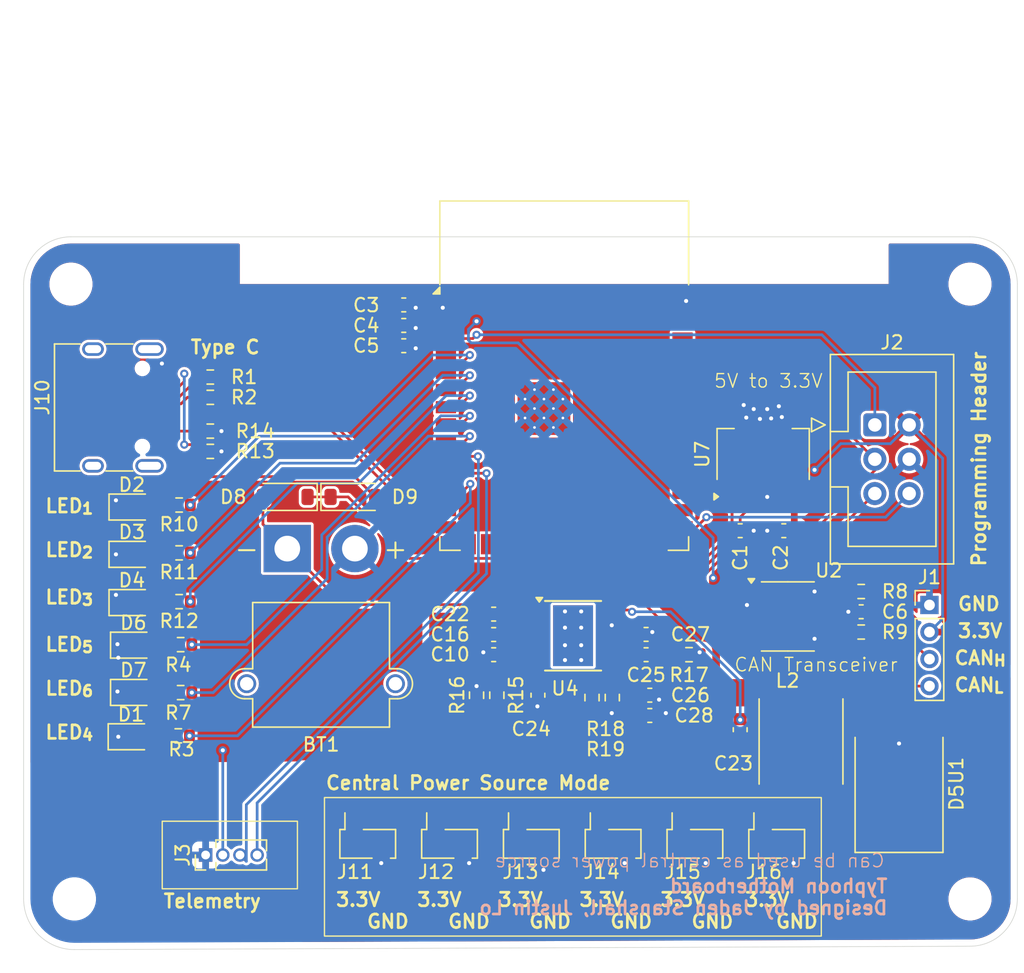
<source format=kicad_pcb>
(kicad_pcb (version 20240108) (generator "pcbnew") (generator_version "8.0")
  (layers (0 "F.Cu" signal) (31 "B.Cu" signal) (34 "B.Paste" user) (35 "F.Paste" user) (36 "B.SilkS" user "B.Silkscreen") (37 "F.SilkS" user "F.Silkscreen") (38 "B.Mask" user) (39 "F.Mask" user) (44 "Edge.Cuts" user))
  (net 0 "")
  (net 1 "GND")
  (net 2 "+5V")
  (net 3 "+3.3V")
  (net 5 "+BATT")
  (net 7 "Net-(C6-Pad1)")
  (net 8 "Net-(U4-BOOT)")
  (net 11 "Net-(D5-K)")
  (net 14 "Net-(U4-SS)")
  (net 15 "/IO0")
  (net 18 "Net-(C25-Pad2)")
  (net 19 "Net-(U4-COMP)")
  (net 22 "+3.3VA")
  (net 23 "Net-(D1-A)")
  (net 27 "Net-(D2-A)")
  (net 36 "/EN")
  (net 37 "Net-(D3-A)")
  (net 38 "Net-(D4-A)")
  (net 39 "Net-(D6-A)")
  (net 40 "Net-(D7-A)")
  (net 41 "VDC")
  (net 42 "/CAN_{H}")
  (net 43 "/CAN_{L}")
  (net 44 "/Prog{slash}TypeC_{TX}")
  (net 45 "/Prog{slash}TypeC_{RX}")
  (net 46 "/Mother_{TX}")
  (net 47 "/Mother_{RX}")
  (net 48 "/D-")
  (net 50 "/D+")
  (net 55 "Net-(J10-CC2)")
  (net 57 "Net-(J10-CC1)")
  (net 58 "/LED_{4}")
  (net 59 "/LED_{5}")
  (net 60 "/LED_{6}")
  (net 61 "/LED_{1}")
  (net 62 "/LED_{2}")
  (net 63 "/LED_{3}")
  (net 64 "Net-(U4-EN)")
  (net 65 "/CentralPowerSource/VSENSE")
  (footprint "Resistor_SMD:R_0603_1608Metric" (layer "F.Cu") (at 150.715 106.675)
    (property "Reference" "R17")
    (property "Value" "29.4k" (hide yes))
  )
  (footprint "Connector_USB:USB_C_Receptacle_HRO_TYPE-C-31-M-12" (layer "F.Cu") (at 107.68 88.38 -90)
    (property "Reference" "J10")
    (property "Value" "USB_C_Receptacle_USB2.0" (hide yes))
  )
  (footprint "Diode_SMD:D_SOD-123" (layer "F.Cu") (at 125.85 95)
    (property "Reference" "D9")
    (property "Value" "D" (hide yes))
  )
  (footprint "Capacitor_SMD:C_0603_1608Metric" (layer "F.Cu") (at 129.615 80.79)
    (property "Reference" "C3")
    (property "Value" "10u" (hide yes))
  )
  (footprint "MountingHole:MountingHole_2.7mm_M2.5" (layer "F.Cu") (at 105 79.25)
    (property "Reference" "H4" (hide yes))
    (property "Value" "M2.5" (hide yes))
  )
  (footprint "Capacitor_SMD:C_0603_1608Metric" (layer "F.Cu") (at 147.815 109.675)
    (property "Reference" "C26")
    (property "Value" "47u" (hide yes))
  )
  (footprint "Resistor_SMD:R_0603_1608Metric" (layer "F.Cu") (at 113.1125 105.93 180)
    (property "Reference" "R4")
    (property "Value" "320" (hide yes))
  )
  (footprint "Capacitor_SMD:C_0603_1608Metric" (layer "F.Cu") (at 157.725 97.5)
    (property "Reference" "C2")
    (property "Value" "22u" (hide yes))
  )
  (footprint "RF_Module:ESP32-S3-WROOM-1" (layer "F.Cu") (at 141.485 86)
    (property "Reference" "U1")
    (property "Value" "ESP32-S3-WROOM-1")
  )
  (footprint "Resistor_SMD:R_0603_1608Metric" (layer "F.Cu") (at 136.5 109.675 -90)
    (property "Reference" "R15")
    (property "Value" "200k" (hide yes))
  )
  (footprint "Connector_PinHeader_2.00mm:PinHeader_1x02_P2.00mm_Vertical_SMD_Pin1Right" (layer "F.Cu") (at 133 120.675 90)
    (property "Reference" "J12")
    (property "Value" "Conn_01x02_Pin" (hide yes))
  )
  (footprint "MountingHole:MountingHole_2.7mm_M2.5" (layer "F.Cu") (at 171.5 124.75)
    (property "Reference" "H1" (hide yes))
    (property "Value" "M2.5" (hide yes))
  )
  (footprint "Resistor_SMD:R_0603_1608Metric" (layer "F.Cu") (at 113 95.6 180)
    (property "Reference" "R10")
    (property "Value" "320" (hide yes))
  )
  (footprint "Capacitor_SMD:C_0603_1608Metric" (layer "F.Cu") (at 147.815 111.175)
    (property "Reference" "C28")
    (property "Value" "47u" (hide yes))
  )
  (footprint "LED_SMD:LED_0805_2012Metric" (layer "F.Cu") (at 109.5 99.25)
    (property "Reference" "D3")
    (property "Value" "LED" (hide yes))
  )
  (footprint "Capacitor_SMD:C_0603_1608Metric" (layer "F.Cu") (at 147.54 105.175)
    (property "Reference" "C27")
    (property "Value" "47u" (hide yes))
  )
  (footprint "MountingHole:MountingHole_2.7mm_M2.5" (layer "F.Cu") (at 105.25 124.75)
    (property "Reference" "H2" (hide yes))
    (property "Value" "M2.5" (hide yes))
  )
  (footprint "Package_SO:SOIC-8_3.9x4.9mm_P1.27mm" (layer "F.Cu") (at 158.025 103.845)
    (property "Reference" "U2")
    (property "Value" "SN65HVD233" (hide yes))
  )
  (footprint "Resistor_SMD:R_0603_1608Metric" (layer "F.Cu") (at 143.54 109.85 90)
    (property "Reference" "R18")
    (property "Value" "10.2k" (hide yes))
  )
  (footprint "Connector_IDC:IDC-Header_2x03_P2.54mm_Vertical" (layer "F.Cu") (at 164.46 89.67)
    (property "Reference" "J2")
    (property "Value" "Conn_02x03_Odd_Even" (hide yes))
  )
  (footprint "Diode_SMD:D_SOD-123" (layer "F.Cu") (at 120.85 95 180)
    (property "Reference" "D8")
    (property "Value" "D" (hide yes))
  )
  (footprint "Capacitor_SMD:C_0603_1608Metric" (layer "F.Cu") (at 154.5 112.225 -90)
    (property "Reference" "C23")
    (property "Value" "0.1u" (hide yes))
  )
  (footprint "LED_SMD:LED_0805_2012Metric" (layer "F.Cu") (at 109.5 102.82)
    (property "Reference" "D4")
    (property "Value" "LED" (hide yes))
  )
  (footprint "Connector_AMASS:AMASS_XT30PW-M_1x02_P2.50mm_Horizontal" (layer "F.Cu") (at 121 98.825 180)
    (property "Reference" "BT1")
    (property "Value" "XT30" (hide yes))
  )
  (footprint "Resistor_SMD:R_0603_1608Metric" (layer "F.Cu") (at 115.305 87.63 180)
    (property "Reference" "R2")
    (property "Value" "22R" (hide yes))
  )
  (footprint "Connector_PinHeader_2.00mm:PinHeader_1x02_P2.00mm_Vertical_SMD_Pin1Right" (layer "F.Cu") (at 126.95 120.675 90)
    (property "Reference" "J11")
    (property "Value" "Conn_01x02_Pin" (hide yes))
  )
  (footprint "Capacitor_SMD:C_0603_1608Metric" (layer "F.Cu") (at 163.45 103.5 180)
    (property "Reference" "C6")
    (property "Value" "4.7n" (hide yes))
  )
  (footprint "Resistor_SMD:R_0603_1608Metric" (layer "F.Cu") (at 112.9375 112.68 180)
    (property "Reference" "R3")
    (property "Value" "320" (hide yes))
  )
  (footprint "Inductor_SMD:L_Taiyo-Yuden_NR-60xx" (layer "F.Cu") (at 159 113.1 90)
    (property "Reference" "L2")
    (property "Value" "4.7u" (hide yes))
  )
  (footprint "Capacitor_SMD:C_0603_1608Metric" (layer "F.Cu") (at 147.54 106.675)
    (property "Reference" "C25")
    (property "Value" "1000p" (hide yes))
  )
  (footprint "Connector_PinHeader_1.27mm:PinHeader_1x04_P1.27mm_Vertical" (layer "F.Cu") (at 114.96 121.5 90)
    (property "Reference" "J3")
    (property "Value" "Conn_01x04_Pin" (hide yes))
  )
  (footprint "Package_SO:TI_SO-PowerPAD-8_ThermalVias" (layer "F.Cu") (at 142.14 105.275)
    (property "Reference" "U4")
    (property "Value" "TPS54331DDA" (hide yes))
  )
  (footprint "Capacitor_SMD:C_0603_1608Metric" (layer "F.Cu") (at 139.54 109.675 -90)
    (property "Reference" "C24")
    (property "Value" "0.01u" (hide yes))
  )
  (footprint "Capacitor_SMD:C_0603_1608Metric" (layer "F.Cu") (at 136.265 103.675 180)
    (property "Reference" "C22")
    (property "Value" "4.7u" (hide yes))
  )
  (footprint "Capacitor_SMD:C_0603_1608Metric" (layer "F.Cu") (at 136.265 106.675 180)
    (property "Reference" "C10")
    (property "Value" "4.7u" (hide yes))
  )
  (footprint "Resistor_SMD:R_0603_1608Metric" (layer "F.Cu") (at 145.04 109.85 -90)
    (property "Reference" "R19")
    (property "Value" "3.24k" (hide yes))
  )
  (footprint "Capacitor_SMD:C_0603_1608Metric" (layer "F.Cu") (at 154.5 97.5 180)
    (property "Reference" "C1")
    (property "Value" "22u" (hide yes))
  )
  (footprint "Resistor_SMD:R_0603_1608Metric" (layer "F.Cu") (at 163.45 102)
    (property "Reference" "R8")
    (property "Value" "60" (hide yes))
  )
  (footprint "Resistor_SMD:R_0603_1608Metric" (layer "F.Cu") (at 115.305 91.63 180)
    (property "Reference" "R13")
    (property "Value" "5.1K" (hide yes))
  )
  (footprint "Connector_PinHeader_2.00mm:PinHeader_1x02_P2.00mm_Vertical_SMD_Pin1Right" (layer "F.Cu") (at 157.2 120.675 90)
    (property "Reference" "J16")
    (property "Value" "Conn_01x02_Pin" (hide yes))
  )
  (footprint "Capacitor_SMD:C_0603_1608Metric" (layer "F.Cu") (at 129.615 83.81)
    (property "Reference" "C5")
    (property "Value" "0.1u" (hide yes))
  )
  (footprint "LED_SMD:LED_0805_2012Metric" (layer "F.Cu") (at 109.5 95.75)
    (property "Reference" "D2")
    (property "Value" "LED" (hide yes))
  )
  (footprint "Capacitor_SMD:C_0603_1608Metric" (layer "F.Cu") (at 136.265 105.185 180)
    (property "Reference" "C16")
    (property "Value" "4.7u" (hide yes))
  )
  (footprint "Resistor_SMD:R_0603_1608Metric" (layer "F.Cu") (at 115.305 86.13 180)
    (property "Reference" "R1")
    (property "Value" "22R" (hide yes))
  )
  (footprint "Connector_PinHeader_2.00mm:PinHeader_1x02_P2.00mm_Vertical_SMD_Pin1Right" (layer "F.Cu") (at 151.15 120.675 90)
    (property "Reference" "J15")
    (property "Value" "Conn_01x02_Pin" (hide yes))
  )
  (footprint "Diode_SMD:D_SMC" (layer "F.Cu") (at 166.25 116.4 90)
    (property "Reference" "D5")
    (property "Value" "B340" (hide yes))
  )
  (footprint "LED_SMD:LED_0805_2012Metric" (layer "F.Cu") (at 109.6125 109.47)
    (property "Reference" "D7")
    (property "Value" "LED" (hide yes))
  )
  (footprint "Capacitor_SMD:C_0603_1608Metric" (layer "F.Cu") (at 129.615 82.31)
    (property "Reference" "C4")
    (property "Value" "1u" (hide yes))
  )
  (footprint "Resistor_SMD:R_0603_1608Metric" (layer "F.Cu") (at 113 102.75 180)
    (property "Reference" "R12")
    (property "Value" "320" (hide yes))
  )
  (footprint "Connector_PinHeader_2.00mm:PinHeader_1x02_P2.00mm_Vertical_SMD_Pin1Right" (layer "F.Cu") (at 145.1 120.675 90)
    (property "Reference" "J14")
    (property "Value" "Conn_01x02_Pin" (hide yes))
  )
  (footprint "Resistor_SMD:R_0603_1608Metric" (layer "F.Cu") (at 113.1125 109.48 180)
    (property "Reference" "R7")
    (property "Value" "320" (hide yes))
  )
  (footprint "Package_TO_SOT_SMD:SOT-223-3_TabPin2" (layer "F.Cu") (at 156.2 91.85 90)
    (property "Reference" "U7")
    (property "Value" "MCP1825S" (hide yes))
  )
  (footprint "Resistor_SMD:R_0603_1608Metric" (layer "F.Cu") (at 113 99.14 180)
    (property "Reference" "R11")
    (property "Value" "320" (hide yes))
  )
  (footprint "Resistor_SMD:R_0603_1608Metric" (layer "F.Cu") (at 135 109.675 90)
    (property "Reference" "R16")
    (property "Value" "98k" (hide yes))
  )
  (footprint "MountingHole:MountingHole_2.7mm_M2.5" (layer "F.Cu") (at 171.5 79.25)
    (property "Reference" "H3" (hide yes))
    (property "Value" "M2.5" (hide yes))
  )
  (footprint "Resistor_SMD:R_0603_1608Metric" (layer "F.Cu") (at 115.305 90.13 180)
    (property "Reference" "R14")
    (property "Value" "5.1K" (hide yes))
  )
  (footprint "Resistor_SMD:R_0603_1608Metric" (layer "F.Cu") (at 163.45 105 180)
    (property "Reference" "R9")
    (property "Value" "60" (hide yes))
  )
  (footprint "Connector_PinHeader_2.00mm:PinHeader_1x04_P2.00mm_Vertical" (layer "F.Cu") (at 168.5 103)
    (property "Reference" "J1")
    (property "Value" "Conn_01x04_Pin" (hide yes))
  )
  (footprint "LED_SMD:LED_0805_2012Metric" (layer "F.Cu") (at 109.4375 112.75)
    (property "Reference" "D1")
    (property "Value" "LED" (hide yes))
  )
  (footprint "LED_SMD:LED_0805_2012Metric" (layer "F.Cu") (at 109.6125 105.97)
    (property "Reference" "D6")
    (property "Value" "LED" (hide yes))
  )
  (footprint "Connector_PinHeader_2.00mm:PinHeader_1x02_P2.00mm_Vertical_SMD_Pin1Right" (layer "F.Cu") (at 139.05 120.675 90)
    (property "Reference" "J13")
    (property "Value" "Conn_01x02_Pin" (hide yes))
  )
  (gr_rect (start 123.75 117.25) (end 160.5 127.5) (stroke (width 0.1)) (fill none) (layer "F.SilkS"))
  (gr_rect (start 111.75 119) (end 121.75 124) (stroke (width 0.1)) (fill none) (layer "F.SilkS"))
  (gr_arc (start 101.5 79.25) (mid 102.525126 76.775126) (end 105 75.75) (stroke (width 0.05)) (layer "Edge.Cuts"))
  (gr_line (start 105.25 128.5) (end 171.5 128.25) (stroke (width 0.05)) (layer "Edge.Cuts"))
  (gr_line (start 175 79.25) (end 175 124.75) (stroke (width 0.05)) (layer "Edge.Cuts"))
  (gr_line (start 101.5 79.25) (end 101.5 124.75) (stroke (width 0.05)) (layer "Edge.Cuts"))
  (gr_arc (start 171.5 75.75) (mid 173.974874 76.775126) (end 175 79.25) (stroke (width 0.05)) (layer "Edge.Cuts"))
  (gr_line (start 105 75.75) (end 171.5 75.75) (stroke (width 0.05)) (layer "Edge.Cuts"))
  (gr_arc (start 175 124.75) (mid 173.974874 127.224874) (end 171.5 128.25) (stroke (width 0.05)) (layer "Edge.Cuts"))
  (gr_arc (start 105.25 128.5) (mid 102.59835 127.40165) (end 101.5 124.75) (stroke (width 0.05)) (layer "Edge.Cuts"))
  (gr_text "Typhoon Motherboard\nDesigned by Jaden Stanshall, Justin Lo" (at 165.5 126 0) (layer "B.SilkS") (effects (font (size 1 1) (thickness 0.2) (bold yes)) (justify left bottom mirror)))
  (gr_text "Can be used as central power source" (at 165.25 122.5 0) (layer "B.SilkS") (effects (font (size 1 1) (thickness 0.1)) (justify left bottom mirror)))
  (gr_text "CAN_{H}" (at 170.25 107.5 0) (layer "F.SilkS") (effects (font (size 1 1) (thickness 0.2) (bold yes)) (justify left bottom)))
  (gr_text "LED_{3}\n" (at 103 103 0) (layer "F.SilkS") (effects (font (size 1 1) (thickness 0.2) (bold yes)) (justify left bottom)))
  (gr_text "LED_{4}\n" (at 103 113 0) (layer "F.SilkS") (effects (font (size 1 1) (thickness 0.2) (bold yes)) (justify left bottom)))
  (gr_text "LED_{2}\n" (at 103 99.5 0) (layer "F.SilkS") (effects (font (size 1 1) (thickness 0.2) (bold yes)) (justify left bottom)))
  (gr_text "LED_{6}\n" (at 103 109.75 0) (layer "F.SilkS") (effects (font (size 1 1) (thickness 0.2) (bold yes)) (justify left bottom)))
  (gr_text "Type C" (at 113.75 84.5 0) (layer "F.SilkS") (effects (font (size 1 1) (thickness 0.2) (bold yes)) (justify left bottom)))
  (gr_text "Central Power Source Mode" (at 123.75 116.75 0) (layer "F.SilkS") (effects (font (size 1 1) (thickness 0.2) (bold yes)) (justify left bottom)))
  (gr_text "3.3V \n   GND" (at 148.5 127 0) (layer "F.SilkS") (effects (font (size 1 1) (thickness 0.2) (bold yes)) (justify left bottom)))
  (gr_text "3.3V" (at 170.5 105.5 0) (layer "F.SilkS") (effects (font (size 1 1) (thickness 0.2) (bold yes)) (justify left bottom)))
  (gr_text "Telemetry" (at 111.75 125.5 0) (layer "F.SilkS") (effects (font (size 1 1) (thickness 0.2) (bold yes)) (justify left bottom)))
  (gr_text "CAN_{L}" (at 170.25 109.5 0) (layer "F.SilkS") (effects (font (size 1 1) (thickness 0.2) (bold yes)) (justify left bottom)))
  (gr_text "3.3V \n   GND" (at 136.5 127 0) (layer "F.SilkS") (effects (font (size 1 1) (thickness 0.2) (bold yes)) (justify left bottom)))
  (gr_text "3.3V \n   GND" (at 130.5 127 0) (layer "F.SilkS") (effects (font (size 1 1) (thickness 0.2) (bold yes)) (justify left bottom)))
  (gr_text "LED_{5}\n" (at 103 106.5 0) (layer "F.SilkS") (effects (font (size 1 1) (thickness 0.2) (bold yes)) (justify left bottom)))
  (gr_text "5V to 3.3V" (at 152.5 87 0) (layer "F.SilkS") (effects (font (size 1 1) (thickness 0.1)) (justify left bottom)))
  (gr_text "3.3V \n   GND" (at 154.75 127 0) (layer "F.SilkS") (effects (font (size 1 1) (thickness 0.2) (bold yes)) (justify left bottom)))
  (gr_text "LED_{1}\n" (at 103 96.25 0) (layer "F.SilkS") (effects (font (size 1 1) (thickness 0.2) (bold yes)) (justify left bottom)))
  (gr_text "GND" (at 170.5 103.5 0) (layer "F.SilkS") (effects (font (size 1 1) (thickness 0.2) (bold yes)) (justify left bottom)))
  (gr_text "Programming Header" (at 172.75 100.25 90) (layer "F.SilkS") (effects (font (size 1 1) (thickness 0.2) (bold yes)) (justify left bottom)))
  (gr_text "CAN Transceiver" (at 154 108 0) (layer "F.SilkS") (effects (font (size 1 1) (thickness 0.1)) (justify left bottom)))
  (gr_text "3.3V \n   GND" (at 142.5 127 0) (layer "F.SilkS") (effects (font (size 1 1) (thickness 0.2) (bold yes)) (justify left bottom)))
  (gr_text "3.3V \n   GND" (at 124.5 127 0) (layer "F.SilkS") (effects (font (size 1 1) (thickness 0.2) (bold yes)) (justify left bottom)))
  (segment (start 112.5 92.405) (end 115.355 92.405) (width 0.2) (layer "F.Cu") (net 1))
  (segment (start 135.5 106.5) (end 135.49 106.51) (width 0.2) (layer "F.Cu") (net 1))
  (segment (start 135.49 106.49) (end 135.5 106.5) (width 0.2) (layer "F.Cu") (net 1))
  (segment (start 135.49 103.675) (end 135.49 106.49) (width 0.2) (layer "F.Cu") (net 1))
  (segment (start 115.355 92.405) (end 116.13 91.63) (width 0.2) (layer "F.Cu") (net 1))
  (segment (start 111.725 91.63) (end 112.5 92.405) (width 0.2) (layer "F.Cu") (net 1))
  (segment (start 135.49 106.51) (end 135.49 106.675) (width 0.2) (layer "F.Cu") (net 1))
  (via (at 162.5 103.5) (size 0.6) (drill 0.3) (layers "F.Cu" "B.Cu") (net 1))
  (via (at 155.5 97.5) (size 0.6) (drill 0.3) (layers "F.Cu" "B.Cu") (net 1))
  (via (at 145 111) (size 0.6) (drill 0.3) (layers "F.Cu" "B.Cu") (net 1))
  (via (at 130.5 81) (size 0.6) (drill 0.3) (layers "F.Cu" "B.Cu") (net 1))
  (via (at 156.5 97.5) (size 0.6) (drill 0.3) (layers "F.Cu" "B.Cu") (net 1))
  (via (at 148 105) (size 0.6) (drill 0.3) (layers "F.Cu" "B.Cu") (net 1))
  (via (at 157.58 89.09) (size 0.6) (drill 0.3) (layers "F.Cu" "B.Cu") (net 1))
  (via (at 154.95 89.13) (size 0.6) (drill 0.3) (layers "F.Cu" "B.Cu") (net 1))
  (via (at 108.4375 109.4) (size 0.6) (drill 0.3) (layers "F.Cu" "B.Cu") (net 1))
  (via (at 145 104.5) (size 0.6) (drill 0.3) (layers "F.Cu" "B.Cu") (net 1))
  (via (at 160 102) (size 0.6) (drill 0.3) (layers "F.Cu" "B.Cu") (net 1))
  (via (at 156.79 89.19) (size 0.6) (drill 0.3) (layers "F.Cu" "B.Cu") (net 1))
  (via (at 155.96 89.23) (size 0.6) (drill 0.3) (layers "F.Cu" "B.Cu") (net 1))
  (via (at 160 105.5) (size 0.6) (drill 0.3) (layers "F.Cu" "B.Cu") (net 1))
  (via (at 108.325 102.25) (size 0.6) (drill 0.3) (layers "F.Cu" "B.Cu") (net 1))
  (via (at 108.5 112.75) (size 0.6) (drill 0.3) (layers "F.Cu" "B.Cu") (net 1))
  (via (at 108.325 95.25) (size 0.6) (drill 0.3) (layers "F.Cu" "B.Cu") (net 1))
  (via (at 157.36 88.29) (size 0.6) (drill 0.3) (layers "F.Cu" "B.Cu") (net 1))
  (via (at 132.5 81) (size 0.6) (drill 0.3) (layers "F.Cu" "B.Cu") (net 1))
  (via (at 150.5 80.5) (size 0.6) (drill 0.3) (layers "F.Cu" "B.Cu") (net 1))
  (via (at 108.325 99.25) (size 0.6) (drill 0.3) (layers "F.Cu" "B.Cu") (net 1))
  (via (at 108.5 106.9) (size 0.6) (drill 0.3) (layers "F.Cu" "B.Cu") (net 1))
  (via (at 156.5 88.5) (size 0.6) (drill 0.3) (layers "F.Cu" "B.Cu") (net 1))
  (via (at 151.95 122.1) (size 0.6) (drill 0.3) (layers "F.Cu" "B.Cu") (net 1))
  (via (at 155.5 88.5) (size 0.6) (drill 0.3) (layers "F.Cu" "B.Cu") (net 1))
  (via (at 155 103) (size 0.6) (drill 0.3) (layers "F.Cu" "B.Cu") (net 1))
  (via (at 135.5 106.5) (size 0.6) (drill 0.3) (layers "F.Cu" "B.Cu") (net 1))
  (via (at 139.95 122.6) (size 0.6) (drill 0.3) (layers "F.Cu" "B.Cu") (net 1))
  (via (at 127.95 122.1) (size 0.6) (drill 0.3) (layers "F.Cu" "B.Cu") (net 1))
  (via (at 108.4375 105.9) (size 0.6) (drill 0.3) (layers "F.Cu" "B.Cu") (net 1))
  (via (at 134.45 122.1) (size 0.6) (drill 0.3) (layers "F.Cu" "B.Cu") (net 1))
  (via (at 154.76 88.2) (size 0.6) (drill 0.3) (layers "F.Cu" "B.Cu") (net 1))
  (via (at 148.5 110) (size 0.6) (drill 0.3) (layers "F.Cu" "B.Cu") (net 1))
  (via (at 135 109) (size 0.6) (drill 0.3) (layers "F.Cu" "B.Cu") (net 1))
  (via (at 145.95 122.1) (size 0.6) (drill 0.3) (layers "F.Cu" "B.Cu") (net 1))
  (via (at 158.45 122.1) (size 0.6) (drill 0.3) (layers "F.Cu" "B.Cu") (net 1))
  (via (at 149 111) (size 0.6) (drill 0.3) (layers "F.Cu" "B.Cu") (net 1))
  (via (at 166.25 113.25) (size 0.6) (drill 0.3) (layers "F.Cu" "B.Cu") (net 1))
  (via (at 130.5 84) (size 0.6) (drill 0.3) (layers "F.Cu" "B.Cu") (net 1))
  (via (at 130.5 82.5) (size 0.6) (drill 0.3) (layers "F.Cu" "B.Cu") (net 1))
  (via (at 116.13 90.13) (size 0.6) (drill 0.3) (layers "F.Cu" "B.Cu") (net 1))
  (via (at 116.13 91.63) (size 0.6) (drill 0.3) (layers "F.Cu" "B.Cu") (net 1))
  (via (at 111.725 85.13) (size 0.6) (drill 0.3) (layers "F.Cu" "B.Cu") (net 1))
  (via (at 156.5 95) (size 0.6) (drill 0.3) (layers "F.Cu" "B.Cu") (net 1))
  (via (at 151.5 106.5) (size 0.6) (drill 0.3) (layers "F.Cu" "B.Cu") (net 1))
  (via (at 139.5 110.5) (size 0.6) (drill 0.3) (layers "F.Cu" "B.Cu") (net 1))
  (segment (start 114.395 91.03) (end 117.369314 91.03) (width 0.2) (layer "B.Cu") (net 1))
  (segment (start 153.9 97.6) (end 151.95 99.55) (width 0.2) (layer "F.Cu") (net 2))
  (segment (start 125.5 95) (end 124.2 95) (width 0.2) (layer "F.Cu") (net 2))
  (segment (start 151.95 99.55) (end 130.05 99.55) (width 0.2) (layer "F.Cu") (net 2))
  (segment (start 153.9 95) (end 153.9 97.325) (width 0.2) (layer "F.Cu") (net 2))
  (segment (start 153.9 97.325) (end 153.725 97.5) (width 0.2) (layer "F.Cu") (net 2))
  (segment (start 130.05 99.55) (end 125.5 95) (width 0.2) (layer "F.Cu") (net 2))
  (segment (start 153.9 95) (end 153.9 97.6) (width 0.2) (layer "F.Cu") (net 2))
  (segment (start 124.2 95) (end 122.5 95) (width 0.2) (layer "F.Cu") (net 2))
  (segment (start 153.725 101.349448) (end 153.787224 101.287224) (width 0.2) (layer "F.Cu") (net 3))
  (segment (start 153.725 101.5) (end 153.225 101) (width 0.2) (layer "F.Cu") (net 3))
  (segment (start 153.787224 101.287224) (end 153.787224 103.692223) (width 0.2) (layer "F.Cu") (net 3))
  (segment (start 128.84 82.31) (end 128.84 80.79) (width 0.2) (layer "F.Cu") (net 3))
  (segment (start 134.99 82.01) (end 132.735 82.01) (width 0.2) (layer "F.Cu") (net 3))
  (segment (start 132.735 82.01) (end 131.785 82.01) (width 0.2) (layer "F.Cu") (net 3))
  (segment (start 154.575001 104.48) (end 155.55 104.48) (width 0.2) (layer "F.Cu") (net 3))
  (segment (start 158.5 97.5) (end 158.5 95) (width 0.2) (layer "F.Cu") (net 3))
  (segment (start 153.787224 101.287224) (end 153.984448 101.09) (width 0.2) (layer "F.Cu") (net 3))
  (segment (start 153.787224 103.692223) (end 154.575001 104.48) (width 0.2) (layer "F.Cu") (net 3))
  (segment (start 154.91 101.09) (end 158.5 97.5) (width 0.2) (layer "F.Cu") (net 3))
  (segment (start 131 85) (end 130.03 85) (width 0.2) (layer "F.Cu") (net 3))
  (segment (start 135 82) (end 134.99 82.01) (width 0.2) (layer "F.Cu") (net 3))
  (segment (start 160 93) (end 158.5 94.5) (width 0.2) (layer "F.Cu") (net 3))
  (segment (start 158.5 94.5) (end 158.5 95) (width 0.2) (layer "F.Cu") (net 3))
  (segment (start 131.5 82.295) (end 131.5 84.5) (width 0.2) (layer "F.Cu") (net 3))
  (segment (start 153.225 101) (end 152.5 101) (width 0.2) (layer "F.Cu") (net 3))
  (segment (start 130.03 85) (end 128.84 83.81) (width 0.2) (layer "F.Cu") (net 3))
  (segment (start 153.725 101.5) (end 153.725 101.349448) (width 0.2) (layer "F.Cu") (net 3))
  (segment (start 105.13 83.198629) (end 105.13 83.13) (width 0.2) (layer "F.Cu") (net 3))
  (segment (start 131.785 82.01) (end 131.5 82.295) (width 0.2) (layer "F.Cu") (net 3))
  (segment (start 153.984448 101.09) (end 154.91 101.09) (width 0.2) (layer "F.Cu") (net 3))
  (segment (start 131.5 84.5) (end 131 85) (width 0.2) (layer "F.Cu") (net 3))
  (via (at 135 82) (size 0.6) (drill 0.3) (layers "F.Cu" "B.Cu") (net 3))
  (via (at 160 93) (size 0.6) (drill 0.3) (layers "F.Cu" "B.Cu") (net 3))
  (via (at 116.23 113.75) (size 0.6) (drill 0.3) (layers "F.Cu" "B.Cu") (net 3))
  (via (at 152.5 101) (size 0.6) (drill 0.3) (layers "F.Cu" "B.Cu") (net 3))
  (segment (start 169.475 104.025) (end 168.5 105) (width 0.2) (layer "B.Cu") (net 3))
  (segment (start 152.5 101) (end 152.5 98.026471) (width 0.2) (layer "B.Cu") (net 3))
  (segment (start 134.4 83.4) (end 134.4 82.6) (width 0.2) (layer "B.Cu") (net 3))
  (segment (start 134.6 83.6) (end 134.4 83.4) (width 0.2) (layer "B.Cu") (net 3))
  (segment (start 169.475 92.145) (end 169.475 104.025) (width 0.2) (layer "B.Cu") (net 3))
  (segment (start 161.94 91.06) (end 165.61 91.06) (width 0.2) (layer "B.Cu") (net 3))
  (segment (start 134.4 82.6) (end 135 82) (width 0.2) (layer "B.Cu") (net 3))
  (segment (start 116.23 113.75) (end 116.23 121.5) (width 0.2) (layer "B.Cu") (net 3))
  (segment (start 138.073529 83.6) (end 134.6 83.6) (width 0.2) (layer "B.Cu") (net 3))
  (segment (start 152.5 98.026471) (end 138.073529 83.6) (width 0.2) (layer "B.Cu") (net 3))
  (segment (start 165.61 91.06) (end 167 89.67) (width 0.2) (layer "B.Cu") (net 3))
  (segment (start 160 93) (end 161.94 91.06) (width 0.2) (layer "B.Cu") (net 3))
  (segment (start 167 89.67) (end 169.475 92.145) (width 0.2) (layer "B.Cu") (net 3))
  (segment (start 135.041304 102.9) (end 136.265 102.9) (width 0.2) (layer "F.Cu") (net 5))
  (segment (start 119.2 95) (end 119.2 97.025) (width 0.2) (layer "F.Cu") (net 5))
  (segment (start 119.2 97.025) (end 121 98.825) (width 0.2) (layer "F.Cu") (net 5))
  (segment (start 137.585 104.64) (end 137.04 105.185) (width 0.2) (layer "F.Cu") (net 5))
  (segment (start 137.04 104.095) (end 137.585 104.64) (width 0.2) (layer "F.Cu") (net 5))
  (segment (start 134.970652 102.970652) (end 135.041304 102.9) (width 0.2) (layer "F.Cu") (net 5))
  (segment (start 139.44 104.64) (end 137.585 104.64) (width 0.2) (layer "F.Cu") (net 5))
  (segment (start 125.145652 102.970652) (end 134.970652 102.970652) (width 0.2) (layer "F.Cu") (net 5))
  (segment (start 137.04 105.185) (end 137.04 106.675) (width 0.2) (layer "F.Cu") (net 5))
  (segment (start 121 98.825) (end 125.145652 102.970652) (width 0.2) (layer "F.Cu") (net 5))
  (segment (start 137.04 108.31) (end 136.5 108.85) (width 0.2) (layer "F.Cu") (net 5))
  (segment (start 137.04 103.675) (end 137.04 104.095) (width 0.2) (layer "F.Cu") (net 5))
  (segment (start 136.265 102.9) (end 137.04 103.675) (width 0.2) (layer "F.Cu") (net 5))
  (segment (start 137.04 106.675) (end 137.04 108.31) (width 0.2) (layer "F.Cu") (net 5))
  (segment (start 164.275 102) (end 164.275 105) (width 0.2) (layer "F.Cu") (net 7))
  (segment (start 140.085 102.725) (end 139.44 103.37) (width 0.2) (layer "F.Cu") (net 8))
  (segment (start 150.84 109.34) (end 150.84 106.34) (width 0.2) (layer "F.Cu") (net 8))
  (segment (start 147.225 102.725) (end 140.085 102.725) (width 0.2) (layer "F.Cu") (net 8))
  (segment (start 150.84 106.34) (end 147.225 102.725) (width 0.2) (layer "F.Cu") (net 8))
  (segment (start 154.5 113) (end 150.84 109.34) (width 0.2) (layer "F.Cu") (net 8))
  (segment (start 164.55 119.8) (end 166.25 119.8) (width 0.2) (layer "F.Cu") (net 11))
  (segment (start 160.8 117.25) (end 162 117.25) (width 0.2) (layer "F.Cu") (net 11))
  (segment (start 162 117.25) (end 164.55 119.8) (width 0.2) (layer "F.Cu") (net 11))
  (segment (start 159 115.45) (end 160.8 117.25) (width 0.2) (layer "F.Cu") (net 11))
  (segment (start 144.84 103.37) (end 146.37 103.37) (width 0.2) (layer "F.Cu") (net 11))
  (segment (start 146.37 103.37) (end 146.5 103.5) (width 0.2) (layer "F.Cu") (net 11))
  (segment (start 158.45 115.45) (end 159 115.45) (width 0.2) (layer "F.Cu") (net 11))
  (segment (start 154.5 111.5) (end 158.45 115.45) (width 0.2) (layer "F.Cu") (net 11))
  (via (at 146.5 103.5) (size 0.6) (drill 0.3) (layers "F.Cu" "B.Cu") (net 11))
  (via (at 154.5 111.5) (size 0.6) (drill 0.3) (layers "F.Cu" "B.Cu") (net 11))
  (segment (start 154.5 108.651471) (end 154.5 111.5) (width 0.2) (layer "B.Cu") (net 11))
  (segment (start 149.348529 103.5) (end 154.5 108.651471) (width 0.2) (layer "B.Cu") (net 11))
  (segment (start 146.5 103.5) (end 149.348529 103.5) (width 0.2) (layer "B.Cu") (net 11))
  (segment (start 139.44 108.8) (end 139.54 108.9) (width 0.2) (layer "F.Cu") (net 14))
  (segment (start 139.44 107.18) (end 139.44 108.8) (width 0.2) (layer "F.Cu") (net 14))
  (segment (start 150.235 97.25) (end 151.25 97.25) (width 0.2) (layer "F.Cu") (net 15))
  (segment (start 151.25 97.25) (end 152 96.5) (width 0.2) (layer "F.Cu") (net 15))
  (via (at 152 96.5) (size 0.6) (drill 0.3) (layers "F.Cu" "B.Cu") (net 15))
  (segment (start 165.25 96.5) (end 167 94.75) (width 0.2) (layer "B.Cu") (net 15))
  (segment (start 152 96.5) (end 165.25 96.5) (width 0.2) (layer "B.Cu") (net 15))
  (segment (start 148.315 106.675) (end 149.89 106.675) (width 0.2) (layer "F.Cu") (net 18))
  (segment (start 146.03 105.91) (end 146.765 105.175) (width 0.2) (layer "F.Cu") (net 19))
  (segment (start 146.03 105.91) (end 146.03 105.94) (width 0.2) (layer "F.Cu") (net 19))
  (segment (start 144.84 105.91) (end 146.03 105.91) (width 0.2) (layer "F.Cu") (net 19))
  (segment (start 146.03 105.94) (end 146.765 106.675) (width 0.2) (layer "F.Cu") (net 19))
  (segment (start 110.375 112.75) (end 112.0425 112.75) (width 0.2) (layer "F.Cu") (net 23))
  (segment (start 112.0425 112.75) (end 112.1125 112.68) (width 0.2) (layer "F.Cu") (net 23))
  (segment (start 112.025 95.75) (end 112.175 95.6) (width 0.2) (layer "F.Cu") (net 27))
  (segment (start 110.4375 95.75) (end 112.025 95.75) (width 0.2) (layer "F.Cu") (net 27))
  (segment (start 134.72 83.28) (end 135 83) (width 0.2) (layer "F.Cu") (net 36))
  (segment (start 132.735 83.28) (end 134.72 83.28) (width 0.2) (layer "F.Cu") (net 36))
  (via (at 135 83) (size 0.6) (drill 0.3) (layers "F.Cu" "B.Cu") (net 36))
  (segment (start 135 83) (end 160.54 83) (width 0.2) (layer "B.Cu") (net 36))
  (segment (start 164.46 86.92) (end 164.46 89.67) (width 0.2) (layer "B.Cu") (net 36))
  (segment (start 160.54 83) (end 164.46 86.92) (width 0.2) (layer "B.Cu") (net 36))
  (segment (start 110.4375 99.25) (end 112.065 99.25) (width 0.2) (layer "F.Cu") (net 37))
  (segment (start 112.065 99.25) (end 112.175 99.14) (width 0.2) (layer "F.Cu") (net 37))
  (segment (start 110.4375 102.82) (end 112.105 102.82) (width 0.2) (layer "F.Cu") (net 38))
  (segment (start 112.105 102.82) (end 112.175 102.75) (width 0.2) (layer "F.Cu") (net 38))
  (segment (start 112.2475 105.97) (end 112.2875 105.93) (width 0.2) (layer "F.Cu") (net 39))
  (segment (start 110.55 105.97) (end 112.2475 105.97) (width 0.2) (layer "F.Cu") (net 39))
  (segment (start 110.55 109.47) (end 112.2775 109.47) (width 0.2) (layer "F.Cu") (net 40))
  (segment (start 112.2775 109.47) (end 112.2875 109.48) (width 0.2) (layer "F.Cu") (net 40))
  (segment (start 127.5 95) (end 126 93.5) (width 0.2) (layer "F.Cu") (net 41))
  (segment (start 109.928629 93.5) (end 109.46 93.031371) (width 0.2) (layer "F.Cu") (net 41))
  (segment (start 111.49 90.595) (end 111.725 90.83) (width 0.2) (layer "F.Cu") (net 41))
  (segment (start 110.13 86.6) (end 110.13 90.16) (width 0.2) (layer "F.Cu") (net 41))
  (segment (start 127.5 94.75) (end 127.5 95) (width 0.2) (layer "F.Cu") (net 41))
  (segment (start 109.46 93.031371) (end 109.46 91.135406) (width 0.2) (layer "F.Cu") (net 41))
  (segment (start 110.8 90.83) (end 111.725 90.83) (width 0.2) (layer "F.Cu") (net 41))
  (segment (start 110.000406 90.595) (end 111.49 90.595) (width 0.2) (layer "F.Cu") (net 41))
  (segment (start 109.46 91.135406) (end 110.000406 90.595) (width 0.2) (layer "F.Cu") (net 41))
  (segment (start 126 93.5) (end 109.928629 93.5) (width 0.2) (layer "F.Cu") (net 41))
  (segment (start 110.8 85.93) (end 110.13 86.6) (width 0.2) (layer "F.Cu") (net 41))
  (segment (start 110.13 90.16) (end 110.8 90.83) (width 0.2) (layer "F.Cu") (net 41))
  (segment (start 111.725 85.93) (end 110.8 85.93) (width 0.2) (layer "F.Cu") (net 41))
  (segment (start 167.525 106.025) (end 168.5 107) (width 0.2) (layer "F.Cu") (net 42))
  (segment (start 161.665 102.96) (end 162.625 102) (width 0.2) (layer "F.Cu") (net 42))
  (segment (start 164.725 101.225) (end 167.525 104.025) (width 0.2) (layer "F.Cu") (net 42))
  (segment (start 162.625 102) (end 163.4 101.225) (width 0.2) (layer "F.Cu") (net 42))
  (segment (start 159.95 102.96) (end 161.665 102.96) (width 0.2) (layer "F.Cu") (net 42))
  (segment (start 167.525 104.025) (end 167.525 106.025) (width 0.2) (layer "F.Cu") (net 42))
  (segment (start 163.4 101.225) (end 164.725 101.225) (width 0.2) (layer "F.Cu") (net 42))
  (segment (start 162.625 105) (end 166.625 109) (width 0.2) (layer "F.Cu") (net 43))
  (segment (start 159.95 104.23) (end 161.855 104.23) (width 0.2) (layer "F.Cu") (net 43))
  (segment (start 166.625 109) (end 168.5 109) (width 0.2) (layer "F.Cu") (net 43))
  (segment (start 161.855 104.23) (end 162.625 105) (width 0.2) (layer "F.Cu") (net 43))
  (segment (start 164.46 93.03) (end 164.46 92.21) (width 0.2) (layer "F.Cu") (net 44))
  (segment (start 155.55 101.94) (end 164.46 93.03) (width 0.2) (layer "F.Cu") (net 44))
  (segment (start 164.46 92.21) (end 156.8 84.55) (width 0.2) (layer "F.Cu") (net 44))
  (segment (start 156.8 84.55) (end 150.235 84.55) (width 0.2) (layer "F.Cu") (net 44))
  (segment (start 155.55 105.75) (end 156.524999 105.75) (width 0.2) (layer "F.Cu") (net 45))
  (segment (start 154 93.145406) (end 155 94.145406) (width 0.2) (layer "F.Cu") (net 45))
  (segment (start 155 96.001304) (end 154.5 96.501304) (width 0.2) (layer "F.Cu") (net 45))
  (segment (start 159.225 99.985) (end 164.46 94.75) (width 0.2) (layer "F.Cu") (net 45))
  (segment (start 156.524999 105.75) (end 159.225 103.049999) (width 0.2) (layer "F.Cu") (net 45))
  (segment (start 151.9 100.751471) (end 151.9 102.670685) (width 0.2) (layer "F.Cu") (net 45))
  (segment (start 151.9 102.670685) (end 154.979315 105.75) (width 0.2) (layer "F.Cu") (net 45))
  (segment (start 154.979315 105.75) (end 155.55 105.75) (width 0.2) (layer "F.Cu") (net 45))
  (segment (start 159.225 103.049999) (end 159.225 99.985) (width 0.2) (layer "F.Cu") (net 45))
  (segment (start 151.185 85.82) (end 154 88.635) (width 0.2) (layer "F.Cu") (net 45))
  (segment (start 154 88.635) (end 154 93.145406) (width 0.2) (layer "F.Cu") (net 45))
  (segment (start 154.5 96.501304) (end 154.5 98.151471) (width 0.2) (layer "F.Cu") (net 45))
  (segment (start 154.5 98.151471) (end 151.9 100.751471) (width 0.2) (layer "F.Cu") (net 45))
  (segment (start 155 94.145406) (end 155 96.001304) (width 0.2) (layer "F.Cu") (net 45))
  (segment (start 150.235 85.82) (end 151.185 85.82) (width 0.2) (layer "F.Cu") (net 45))
  (segment (start 134.5 92) (end 134.33 92.17) (width 0.2) (layer "F.Cu") (net 46))
  (segment (start 134.33 92.17) (end 132.735 92.17) (width 0.2) (layer "F.Cu") (net 46))
  (segment (start 135.1 92) (end 134.5 92) (width 0.2) (layer "F.Cu") (net 46))
  (via (at 135.1 92) (size 0.6) (drill 0.3) (layers "F.Cu" "B.Cu") (net 46))
  (segment (start 117.97 117.78) (end 135.136334 100.613666) (width 0.2) (layer "B.Cu") (net 46))
  (segment (start 135.136334 100.613666) (end 135.136334 92.036334) (width 0.2) (layer "B.Cu") (net 46))
  (segment (start 117.5 121.5) (end 117.97 121.97) (width 0.2) (layer "B.Cu") (net 46))
  (segment (start 135.136334 92.036334) (end 135.1 92) (width 0.2) (layer "B.Cu") (net 46))
  (segment (start 117.97 121.97) (end 117.97 117.78) (width 0.2) (layer "B.Cu") (net 46))
  (segment (start 135.736334 93.25) (end 132.925 93.25) (width 0.2) (layer "F.Cu") (net 47))
  (segment (start 132.925 93.25) (end 132.735 93.44) (width 0.2) (layer "F.Cu") (net 47))
  (via (at 135.736334 93.25) (size 0.6) (drill 0.3) (layers "F.Cu" "B.Cu") (net 47))
  (segment (start 118.77 117.640786) (end 118.77 121.5) (width 0.2) (layer "B.Cu") (net 47))
  (segment (start 135.736334 93.25) (end 135.736334 100.674452) (width 0.2) (layer "B.Cu") (net 47))
  (segment (start 135.736334 100.674452) (end 118.77 117.640786) (width 0.2) (layer "B.Cu") (net 47))
  (segment (start 111.725 87.63) (end 110.75 87.63) (width 0.2) (layer "F.Cu") (net 48))
  (segment (start 116.842501 86.13) (end 117.367501 86.655) (width 0.2) (layer "F.Cu") (net 48))
  (segment (start 116.13 86.13) (end 116.842501 86.13) (width 0.2) (layer "F.Cu") (net 48))
  (segment (start 117.367501 86.655) (end 121.4732 86.655) (width 0.2) (layer "F.Cu") (net 48))
  (segment (start 132.435 95.98) (end 132.735 95.98) (width 0.2) (layer "F.Cu") (net 48))
  (segment (start 131.2082 96.39) (end 132.025 96.39) (width 0.2) (layer "F.Cu") (net 48))
  (segment (start 114.48 86.13) (end 112.955 87.655) (width 0.2) (layer "F.Cu") (net 48))
  (segment (start 110.75 87.63) (end 110.7 87.68) (width 0.2) (layer "F.Cu") (net 48))
  (segment (start 112.955 87.655) (end 112.837501 87.655) (width 0.2) (layer "F.Cu") (net 48))
  (segment (start 110.7 87.68) (end 110.7 88.58) (width 0.2) (layer "F.Cu") (net 48))
  (segment (start 121.4732 86.655) (end 131.2082 96.39) (width 0.2) (layer "F.Cu") (net 48))
  (segment (start 132.025 96.39) (end 132.435 95.98) (width 0.2) (layer "F.Cu") (net 48))
  (segment (start 110.7 88.58) (end 110.75 88.63) (width 0.2) (layer "F.Cu") (net 48))
  (segment (start 114.48 86.13) (end 116.13 86.13) (width 0.2) (layer "F.Cu") (net 48))
  (segment (start 112.837501 87.655) (end 112.812501 87.63) (width 0.2) (layer "F.Cu") (net 48))
  (segment (start 110.75 88.63) (end 111.725 88.63) (width 0.2) (layer "F.Cu") (net 48))
  (segment (start 112.812501 87.63) (end 111.725 87.63) (width 0.2) (layer "F.Cu") (net 48))
  (segment (start 121.2868 87.105) (end 131.0218 96.84) (width 0.2) (layer "F.Cu") (net 50))
  (segment (start 112.75 88.25) (end 112.63 88.13) (width 0.2) (layer "F.Cu") (net 50))
  (segment (start 111.725 88.13) (end 112.63 88.13) (width 0.2) (layer "F.Cu") (net 50))
  (segment (start 116.842501 87.63) (end 117.367501 87.105) (width 0.2) (layer "F.Cu") (net 50))
  (segment (start 112.837501 88.105) (end 112.812501 88.13) (width 0.2) (layer "F.Cu") (net 50))
  (segment (start 113.616397 87.63) (end 113.141397 88.105) (width 0.2) (layer "F.Cu") (net 50))
  (segment (start 114.48 87.63) (end 113.616397 87.63) (width 0.2) (layer "F.Cu") (net 50))
  (segment (start 116.13 87.63) (end 116.842501 87.63) (width 0.2) (layer "F.Cu") (net 50))
  (segment (start 112.7 89.13) (end 112.75 89.08) (width 0.2) (layer "F.Cu") (net 50))
  (segment (start 112.75 89.08) (end 112.75 88.25) (width 0.2) (layer "F.Cu") (net 50))
  (segment (start 112.812501 88.13) (end 111.725 88.13) (width 0.2) (layer "F.Cu") (net 50))
  (segment (start 117.367501 87.105) (end 121.2868 87.105) (width 0.2) (layer "F.Cu") (net 50))
  (segment (start 132.025 96.84) (end 132.435 97.25) (width 0.2) (layer "F.Cu") (net 50))
  (segment (start 131.0218 96.84) (end 132.025 96.84) (width 0.2) (layer "F.Cu") (net 50))
  (segment (start 113.141397 88.105) (end 112.837501 88.105) (width 0.2) (layer "F.Cu") (net 50))
  (segment (start 132.435 97.25) (end 132.735 97.25) (width 0.2) (layer "F.Cu") (net 50))
  (segment (start 111.725 89.13) (end 112.7 89.13) (width 0.2) (layer "F.Cu") (net 50))
  (segment (start 114.48 87.63) (end 116.13 87.63) (width 0.2) (layer "F.Cu") (net 50))
  (segment (start 114.48 90.13) (end 111.725 90.13) (width 0.2) (layer "F.Cu") (net 55))
  (segment (start 111.725 87.13) (end 112.7 87.13) (width 0.2) (layer "F.Cu") (net 57))
  (segment (start 113.38 91.13) (end 113.98 91.13) (width 0.2) (layer "F.Cu") (net 57))
  (segment (start 112.7 87.13) (end 113.38 86.45) (width 0.2) (layer "F.Cu") (net 57))
  (segment (start 113.98 91.13) (end 114.48 91.63) (width 0.2) (layer "F.Cu") (net 57))
  (segment (start 113.38 86.45) (end 113.38 85.88) (width 0.2) (layer "F.Cu") (net 57))
  (via (at 113.38 85.88) (size 0.6) (drill 0.3) (layers "F.Cu" "B.Cu") (net 57))
  (via (at 113.38 91.13) (size 0.6) (drill 0.3) (layers "F.Cu" "B.Cu") (net 57))
  (segment (start 113.38 85.88) (end 113.38 91.13) (width 0.2) (layer "B.Cu") (net 57))
  (segment (start 132.735 94.71) (end 133.862668 94.71) (width 0.2) (layer "F.Cu") (net 58))
  (segment (start 133.862668 94.71) (end 134.536334 94.036334) (width 0.2) (layer "F.Cu") (net 58))
  (via (at 113.7625 112.68) (size 0.6) (drill 0.3) (layers "F.Cu" "B.Cu") (net 58))
  (via (at 134.536334 94.036334) (size 0.6) (drill 0.3) (layers "F.Cu" "B.Cu") (net 58))
  (segment (start 113.7625 112.68) (end 117.32 112.68) (width 0.2) (layer "B.Cu") (net 58))
  (segment (start 117.32 112.68) (end 134.536334 95.463666) (width 0.2) (layer "B.Cu") (net 58))
  (segment (start 134.536334 95.463666) (end 134.536334 94.036334) (width 0.2) (layer "B.Cu") (net 58))
  (segment (start 133.87 89.63) (end 134.5 89) (width 0.2) (layer "F.Cu") (net 59))
  (segment (start 132.735 89.63) (end 133.87 89.63) (width 0.2) (layer "F.Cu") (net 59))
  (via (at 134.5 89) (size 0.6) (drill 0.3) (layers "F.Cu" "B.Cu") (net 59))
  (via (at 113.9375 105.93) (size 0.6) (drill 0.3) (layers "F.Cu" "B.Cu") (net 59))
  (segment (start 132.360176 89) (end 134.5 89) (width 0.2) (layer "B.Cu") (net 59))
  (segment (start 123.55 97.810176) (end 132.360176 89) (width 0.2) (layer "B.Cu") (net 59))
  (segment (start 117.995 105.93) (end 123.55 100.375) (width 0.2) (layer "B.Cu") (net 59))
  (segment (start 113.9375 105.93) (end 117.995 105.93) (width 0.2) (layer "B.Cu") (net 59))
  (segment (start 123.55 100.375) (end 123.55 97.810176) (width 0.2) (layer "B.Cu") (net 59))
  (segment (start 134.1 90.9) (end 134.5 90.5) (width 0.2) (layer "F.Cu") (net 60))
  (segment (start 132.735 90.9) (end 134.1 90.9) (width 0.2) (layer "F.Cu") (net 60))
  (via (at 113.9375 109.48) (size 0.6) (drill 0.3) (layers "F.Cu" "B.Cu") (net 60))
  (via (at 134.5 90.5) (size 0.6) (drill 0.3) (layers "F.Cu" "B.Cu") (net 60))
  (segment (start 131.425862 90.5) (end 134.5 90.5) (width 0.2) (layer "B.Cu") (net 60))
  (segment (start 115.52 109.48) (end 123.95 101.05) (width 0.2) (layer "B.Cu") (net 60))
  (segment (start 123.95 97.975862) (end 131.425862 90.5) (width 0.2) (layer "B.Cu") (net 60))
  (segment (start 123.95 101.05) (end 123.95 97.975862) (width 0.2) (layer "B.Cu") (net 60))
  (segment (start 113.9375 109.48) (end 115.52 109.48) (width 0.2) (layer "B.Cu") (net 60))
  (segment (start 132.735 85.82) (end 133.18 85.82) (width 0.2) (layer "F.Cu") (net 61))
  (segment (start 133.18 85.82) (end 134.5 84.5) (width 0.2) (layer "F.Cu") (net 61))
  (via (at 134.5 84.5) (size 0.6) (drill 0.3) (layers "F.Cu" "B.Cu") (net 61))
  (via (at 113.825 95.6) (size 0.6) (drill 0.3) (layers "F.Cu" "B.Cu") (net 61))
  (segment (start 131.75 84.5) (end 134.5 84.5) (width 0.2) (layer "B.Cu") (net 61))
  (segment (start 125.75 90.5) (end 131.75 84.5) (width 0.2) (layer "B.Cu") (net 61))
  (segment (start 113.825 95.6) (end 118.925 90.5) (width 0.2) (layer "B.Cu") (net 61))
  (segment (start 118.925 90.5) (end 125.75 90.5) (width 0.2) (layer "B.Cu") (net 61))
  (segment (start 133.41 87.09) (end 134.5 86) (width 0.2) (layer "F.Cu") (net 62))
  (segment (start 132.735 87.09) (end 133.41 87.09) (width 0.2) (layer "F.Cu") (net 62))
  (via (at 113.825 99.14) (size 0.6) (drill 0.3) (layers "F.Cu" "B.Cu") (net 62))
  (via (at 134.5 86) (size 0.6) (drill 0.3) (layers "F.Cu" "B.Cu") (net 62))
  (segment (start 126 92.5) (end 132.5 86) (width 0.2) (layer "B.Cu") (net 62))
  (segment (start 113.825 99.14) (end 120.465 92.5) (width 0.2) (layer "B.Cu") (net 62))
  (segment (start 120.465 92.5) (end 126 92.5) (width 0.2) (layer "B.Cu") (net 62))
  (segment (start 132.5 86) (end 134.5 86) (width 0.2) (layer "B.Cu") (net 62))
  (segment (start 133.64 88.36) (end 134.5 87.5) (width 0.2) (layer "F.Cu") (net 63))
  (segment (start 132.735 88.36) (end 133.64 88.36) (width 0.2) (layer "F.Cu") (net 63))
  (via (at 113.825 102.75) (size 0.6) (drill 0.3) (layers "F.Cu" "B.Cu") (net 63))
  (via (at 134.5 87.5) (size 0.6) (drill 0.3) (layers "F.Cu" "B.Cu") (net 63))
  (segment (start 126.25 94) (end 132.75 87.5) (width 0.2) (layer "B.Cu") (net 63))
  (segment (start 113.825 101.9) (end 121.725 94) (width 0.2) (layer "B.Cu") (net 63))
  (segment (start 121.725 94) (end 126.25 94) (width 0.2) (layer "B.Cu") (net 63))
  (segment (start 113.825 102.75) (end 113.825 101.9) (width 0.2) (layer "B.Cu") (net 63))
  (segment (start 132.75 87.5) (end 134.5 87.5) (width 0.2) (layer "B.Cu") (net 63))
  (segment (start 137.5 109.5) (end 136.5 110.5) (width 0.2) (layer "F.Cu") (net 64))
  (segment (start 137.5 107.445) (end 137.5 109.5) (width 0.2) (layer "F.Cu") (net 64))
  (segment (start 136.5 110.5) (end 135 110.5) (width 0.2) (layer "F.Cu") (net 64))
  (segment (start 139.44 105.91) (end 139.035 105.91) (width 0.2) (layer "F.Cu") (net 64))
  (segment (start 139.035 105.91) (end 137.5 107.445) (width 0.2) (layer "F.Cu") (net 64))
  (segment (start 143.54 109.025) (end 145.04 109.025) (width 0.2) (layer "F.Cu") (net 65))
  (segment (start 144.84 107.18) (end 144.84 108.825) (width 0.2) (layer "F.Cu") (net 65))
  (segment (start 144.84 108.825) (end 145.04 109.025) (width 0.2) (layer "F.Cu") (net 65))
  (zone (net 22) (net_name "+3.3VA") (layer "F.Cu") (priority 1) (connect_pads (clearance 0.5)) (min_thickness 0.25) (fill yes (thermal_gap 0.5) (thermal_bridge_width 0.5))
    (polygon (pts (xy 131.5 115) (xy 122 115) (xy 122 129.25) (xy 175.5 128.75) (xy 175.5 108.25) (xy 153 108.5) (xy 153 102.5) (xy 131.5 102.5)))
  )
  (zone (net 3) (net_name "+3.3V") (layer "F.Cu") (connect_pads (clearance 0.15)) (min_thickness 0.15) (fill yes (thermal_gap 0.5) (thermal_bridge_width 0.5))
    (polygon (pts (xy 99.75 74.75) (xy 99.75 114.75) (xy 131 114.5) (xy 131 102) (xy 153.5 102) (xy 153.5 107.5) (xy 175.5 107.5) (xy 175.5 75.25) (xy 117.485 74.75) (xy 114 74.75)))
  )
  (zone (net 1) (net_name "GND") (layer "B.Cu") (priority 2) (connect_pads (clearance 0.15)) (min_thickness 0.25) (fill yes (thermal_gap 0.5) (thermal_bridge_width 0.5))
    (polygon (pts (xy 99.75 74.75) (xy 175.5 75.25) (xy 175.5 130.25) (xy 99.75 130)))
  )
)
</source>
